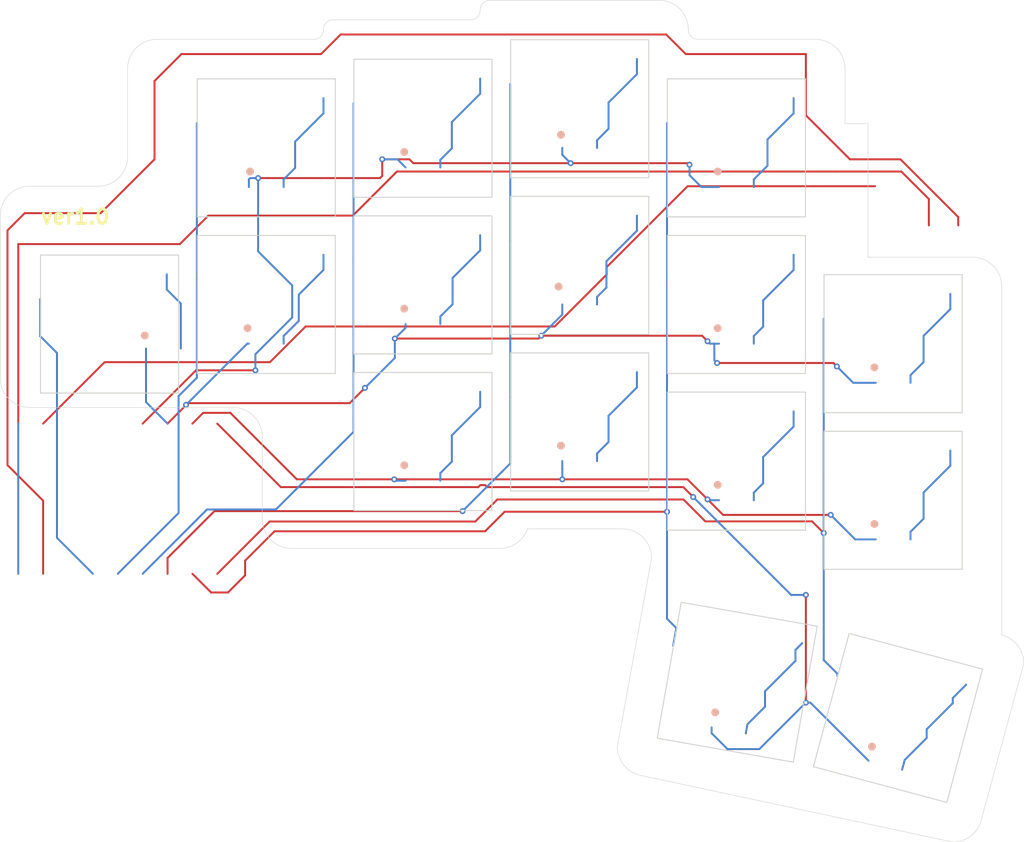
<source format=kicad_pcb>
(kicad_pcb (version 20241229) (generator "pcbnew") (generator_version "9.0")
  (layers (0 "F.Cu" signal) (2 "B.Cu" signal) (13 "F.Paste" user) (15 "B.Paste" user) (5 "F.SilkS" user "F.Silkscreen") (7 "B.SilkS" user "B.Silkscreen") (1 "F.Mask" user) (3 "B.Mask" user) (25 "Edge.Cuts" user))
  (net 0 "")
  (net 1 "row0")
  (net 2 "Net-(D1-A)")
  (net 3 "Net-(D2-A)")
  (net 4 "Net-(D3-A)")
  (net 5 "Net-(D4-A)")
  (net 6 "row1")
  (net 7 "Net-(D5-A)")
  (net 8 "Net-(D6-A)")
  (net 9 "Net-(D7-A)")
  (net 10 "Net-(D8-A)")
  (net 11 "Net-(D9-A)")
  (net 12 "Net-(D10-A)")
  (net 13 "row2")
  (net 14 "Net-(D11-A)")
  (net 15 "Net-(D12-A)")
  (net 16 "Net-(D13-A)")
  (net 17 "Net-(D14-A)")
  (net 18 "Net-(D15-A)")
  (net 19 "row3")
  (net 20 "Net-(D16-A)")
  (net 21 "data")
  (net 22 "GND")
  (net 23 "VCC")
  (net 24 "col2")
  (net 25 "col3")
  (net 26 "col4")
  (net 27 "col0")
  (net 28 "col1")
  (net 29 "col5")
  (footprint "kbd_Hole:m2_Screw_Hole" (layer "F.Cu") (at 181 109.75)
    (property "Reference" "Ref**")
    (property "Value" "Val**")
    (pad "" np_thru_hole circle (at 0 0) (size 2.2 2.2) (drill 2.2) (layers "*.Cu" "*.Mask"))
  )
  (footprint "isw-kbd:SW_Hole_CherryMX_16mm" (layer "F.Cu") (at 94.158 80.08)
    (property "Reference" "SW5" (hide yes))
    (property "Value" "SW_PUSH" (hide yes))
    (fp_line (start -7.05 -7.05) (end 7.05 -7.05) (stroke (width 0.1)) (layer "Edge.Cuts"))
    (fp_line (start -7.05 7.05) (end -7.05 -7.05) (stroke (width 0.1)) (layer "Edge.Cuts"))
    (fp_line (start 7.05 -7.05) (end 7.05 7.05) (stroke (width 0.1)) (layer "Edge.Cuts"))
    (fp_line (start 7.05 7.05) (end -7.05 7.05) (stroke (width 0.1)) (layer "Edge.Cuts"))
  )
  (footprint "isw-kbd:SW_Hole_CherryMX_16mm" (layer "F.Cu") (at 126.158 92.08)
    (property "Reference" "SW11" (hide yes))
    (property "Value" "SW_PUSH" (hide yes))
    (fp_line (start -7.05 -7.05) (end 7.05 -7.05) (stroke (width 0.1)) (layer "Edge.Cuts"))
    (fp_line (start -7.05 7.05) (end -7.05 -7.05) (stroke (width 0.1)) (layer "Edge.Cuts"))
    (fp_line (start 7.05 -7.05) (end 7.05 7.05) (stroke (width 0.1)) (layer "Edge.Cuts"))
    (fp_line (start 7.05 7.05) (end -7.05 7.05) (stroke (width 0.1)) (layer "Edge.Cuts"))
  )
  (footprint "isw-kbd:SW_Hole_CherryMX_16mm" (layer "F.Cu") (at 142.158 74.08)
    (property "Reference" "SW8" (hide yes))
    (property "Value" "SW_PUSH" (hide yes))
    (fp_line (start -7.05 -7.05) (end 7.05 -7.05) (stroke (width 0.1)) (layer "Edge.Cuts"))
    (fp_line (start -7.05 7.05) (end -7.05 -7.05) (stroke (width 0.1)) (layer "Edge.Cuts"))
    (fp_line (start 7.05 -7.05) (end 7.05 7.05) (stroke (width 0.1)) (layer "Edge.Cuts"))
    (fp_line (start 7.05 7.05) (end -7.05 7.05) (stroke (width 0.1)) (layer "Edge.Cuts"))
  )
  (footprint "isw-kbd:SW_Hole_CherryMX_16mm" (layer "F.Cu") (at 174.158 98.08)
    (property "Reference" "SW14" (hide yes))
    (property "Value" "SW_PUSH" (hide yes))
    (fp_line (start -7.05 -7.05) (end 7.05 -7.05) (stroke (width 0.1)) (layer "Edge.Cuts"))
    (fp_line (start -7.05 7.05) (end -7.05 -7.05) (stroke (width 0.1)) (layer "Edge.Cuts"))
    (fp_line (start 7.05 -7.05) (end 7.05 7.05) (stroke (width 0.1)) (layer "Edge.Cuts"))
    (fp_line (start 7.05 7.05) (end -7.05 7.05) (stroke (width 0.1)) (layer "Edge.Cuts"))
  )
  (footprint "isw-kbd:SW_Hole_CherryMX_16mm" (layer "F.Cu") (at 142.158 90.08)
    (property "Reference" "SW12" (hide yes))
    (property "Value" "SW_PUSH" (hide yes))
    (fp_line (start -7.05 -7.05) (end 7.05 -7.05) (stroke (width 0.1)) (layer "Edge.Cuts"))
    (fp_line (start -7.05 7.05) (end -7.05 -7.05) (stroke (width 0.1)) (layer "Edge.Cuts"))
    (fp_line (start 7.05 -7.05) (end 7.05 7.05) (stroke (width 0.1)) (layer "Edge.Cuts"))
    (fp_line (start 7.05 7.05) (end -7.05 7.05) (stroke (width 0.1)) (layer "Edge.Cuts"))
  )
  (footprint "kbd_Hole:m2_Screw_Hole" (layer "F.Cu") (at 169 70.5 -90)
    (property "Reference" "Ref**")
    (property "Value" "Val**")
    (pad "" np_thru_hole circle (at 0 0 270) (size 2.2 2.2) (drill 2.2) (layers "*.Cu" "*.Mask"))
  )
  (footprint "kbd_Hole:m2_Screw_Hole" (layer "F.Cu") (at 113.75 91.5)
    (property "Reference" "Ref**")
    (property "Value" "Val**")
    (pad "" np_thru_hole circle (at 0 0) (size 2.2 2.2) (drill 2.2) (layers "*.Cu" "*.Mask"))
  )
  (footprint "isw-kbd:SW_Hole_CherryMX_16mm" (layer "F.Cu") (at 126.158 76.08)
    (property "Reference" "SW7" (hide yes))
    (property "Value" "SW_PUSH" (hide yes))
    (fp_line (start -7.05 -7.05) (end 7.05 -7.05) (stroke (width 0.1)) (layer "Edge.Cuts"))
    (fp_line (start -7.05 7.05) (end -7.05 -7.05) (stroke (width 0.1)) (layer "Edge.Cuts"))
    (fp_line (start 7.05 -7.05) (end 7.05 7.05) (stroke (width 0.1)) (layer "Edge.Cuts"))
    (fp_line (start 7.05 7.05) (end -7.05 7.05) (stroke (width 0.1)) (layer "Edge.Cuts"))
  )
  (footprint "kbd_Hole:m2_Screw_Hole" (layer "F.Cu") (at 98.75 68.75)
    (property "Reference" "Ref**")
    (property "Value" "Val**")
    (pad "" np_thru_hole circle (at 0 0) (size 2.2 2.2) (drill 2.2) (layers "*.Cu" "*.Mask"))
  )
  (footprint "isw-kbd:SW_Hole_CherryMX_16mm" (layer "F.Cu") (at 158.158 78.08)
    (property "Reference" "SW9" (hide yes))
    (property "Value" "SW_PUSH" (hide yes))
    (fp_line (start -7.05 -7.05) (end 7.05 -7.05) (stroke (width 0.1)) (layer "Edge.Cuts"))
    (fp_line (start -7.05 7.05) (end -7.05 -7.05) (stroke (width 0.1)) (layer "Edge.Cuts"))
    (fp_line (start 7.05 -7.05) (end 7.05 7.05) (stroke (width 0.1)) (layer "Edge.Cuts"))
    (fp_line (start 7.05 7.05) (end -7.05 7.05) (stroke (width 0.1)) (layer "Edge.Cuts"))
  )
  (footprint "isw-kbd:SW_Hole_CherryMX_16mm" (layer "F.Cu") (at 158.158 62.08)
    (property "Reference" "SW4" (hide yes))
    (property "Value" "SW_PUSH" (hide yes))
    (fp_line (start -7.05 -7.05) (end 7.05 -7.05) (stroke (width 0.1)) (layer "Edge.Cuts"))
    (fp_line (start -7.05 7.05) (end -7.05 -7.05) (stroke (width 0.1)) (layer "Edge.Cuts"))
    (fp_line (start 7.05 -7.05) (end 7.05 7.05) (stroke (width 0.1)) (layer "Edge.Cuts"))
    (fp_line (start 7.05 7.05) (end -7.05 7.05) (stroke (width 0.1)) (layer "Edge.Cuts"))
  )
  (footprint "isw-kbd:SW_Hole_CherryMX_16mm" (layer "F.Cu") (at 158.158 94.08)
    (property "Reference" "SW13" (hide yes))
    (property "Value" "SW_PUSH" (hide yes))
    (fp_line (start -7.05 -7.05) (end 7.05 -7.05) (stroke (width 0.1)) (layer "Edge.Cuts"))
    (fp_line (start -7.05 7.05) (end -7.05 -7.05) (stroke (width 0.1)) (layer "Edge.Cuts"))
    (fp_line (start 7.05 -7.05) (end 7.05 7.05) (stroke (width 0.1)) (layer "Edge.Cuts"))
    (fp_line (start 7.05 7.05) (end -7.05 7.05) (stroke (width 0.1)) (layer "Edge.Cuts"))
  )
  (footprint "isw-kbd:SW_Hole_CherryMX_16mm" (layer "F.Cu") (at 126.158 60.08)
    (property "Reference" "SW2" (hide yes))
    (property "Value" "SW_PUSH" (hide yes))
    (fp_line (start -7.05 -7.05) (end 7.05 -7.05) (stroke (width 0.1)) (layer "Edge.Cuts"))
    (fp_line (start -7.05 7.05) (end -7.05 -7.05) (stroke (width 0.1)) (layer "Edge.Cuts"))
    (fp_line (start 7.05 -7.05) (end 7.05 7.05) (stroke (width 0.1)) (layer "Edge.Cuts"))
    (fp_line (start 7.05 7.05) (end -7.05 7.05) (stroke (width 0.1)) (layer "Edge.Cuts"))
  )
  (footprint "isw-kbd:SW_Hole_CherryMX_16mm" (layer "F.Cu") (at 110.158 78.08)
    (property "Reference" "SW6" (hide yes))
    (property "Value" "SW_PUSH" (hide yes))
    (fp_line (start -7.05 -7.05) (end 7.05 -7.05) (stroke (width 0.1)) (layer "Edge.Cuts"))
    (fp_line (start -7.05 7.05) (end -7.05 -7.05) (stroke (width 0.1)) (layer "Edge.Cuts"))
    (fp_line (start 7.05 -7.05) (end 7.05 7.05) (stroke (width 0.1)) (layer "Edge.Cuts"))
    (fp_line (start 7.05 7.05) (end -7.05 7.05) (stroke (width 0.1)) (layer "Edge.Cuts"))
  )
  (footprint "isw-kbd:SW_Hole_CherryMX_16mm" (layer "F.Cu") (at 110.158 62.08)
    (property "Reference" "SW1" (hide yes))
    (property "Value" "SW_PUSH" (hide yes))
    (fp_line (start -7.05 -7.05) (end 7.05 -7.05) (stroke (width 0.1)) (layer "Edge.Cuts"))
    (fp_line (start -7.05 7.05) (end -7.05 -7.05) (stroke (width 0.1)) (layer "Edge.Cuts"))
    (fp_line (start 7.05 -7.05) (end 7.05 7.05) (stroke (width 0.1)) (layer "Edge.Cuts"))
    (fp_line (start 7.05 7.05) (end -7.05 7.05) (stroke (width 0.1)) (layer "Edge.Cuts"))
  )
  (footprint "isw-kbd:SW_Hole_CherryMX_16mm" (layer "F.Cu") (at 158.2417 116.6666 -10)
    (property "Reference" "SW15" (hide yes))
    (property "Value" "SW_PUSH" (hide yes))
    (fp_line (start -7.05 7.05) (end -7.05 -7.05) (stroke (width 0.1)) (layer "Edge.Cuts"))
    (fp_line (start -7.05 -7.05) (end 7.05 -7.05) (stroke (width 0.1)) (layer "Edge.Cuts"))
    (fp_line (start 7.05 7.05) (end -7.05 7.05) (stroke (width 0.1)) (layer "Edge.Cuts"))
    (fp_line (start 7.05 -7.05) (end 7.05 7.05) (stroke (width 0.1)) (layer "Edge.Cuts"))
  )
  (footprint "isw-kbd:SW_Hole_CherryMX_16mm" (layer "F.Cu") (at 142.158 58.08)
    (property "Reference" "SW3" (hide yes))
    (property "Value" "SW_PUSH" (hide yes))
    (fp_line (start -7.05 -7.05) (end 7.05 -7.05) (stroke (width 0.1)) (layer "Edge.Cuts"))
    (fp_line (start -7.05 7.05) (end -7.05 -7.05) (stroke (width 0.1)) (layer "Edge.Cuts"))
    (fp_line (start 7.05 -7.05) (end 7.05 7.05) (stroke (width 0.1)) (layer "Edge.Cuts"))
    (fp_line (start 7.05 7.05) (end -7.05 7.05) (stroke (width 0.1)) (layer "Edge.Cuts"))
  )
  (footprint "isw-kbd:SW_Hole_CherryMX_16mm" (layer "F.Cu") (at 174.158 82.08)
    (property "Reference" "SW10" (hide yes))
    (property "Value" "SW_PUSH" (hide yes))
    (fp_line (start -7.05 -7.05) (end 7.05 -7.05) (stroke (width 0.1)) (layer "Edge.Cuts"))
    (fp_line (start -7.05 7.05) (end -7.05 -7.05) (stroke (width 0.1)) (layer "Edge.Cuts"))
    (fp_line (start 7.05 -7.05) (end 7.05 7.05) (stroke (width 0.1)) (layer "Edge.Cuts"))
    (fp_line (start 7.05 7.05) (end -7.05 7.05) (stroke (width 0.1)) (layer "Edge.Cuts"))
  )
  (footprint "isw-kbd:SW_Hole_CherryMX_16mm" (layer "F.Cu") (at 174.6569 120.3148 -15)
    (property "Reference" "SW16" (hide yes))
    (property "Value" "SW_PUSH" (hide yes))
    (fp_line (start -7.05 7.05) (end -7.05 -7.05) (stroke (width 0.1)) (layer "Edge.Cuts"))
    (fp_line (start -7.05 -7.05) (end 7.05 -7.05) (stroke (width 0.1)) (layer "Edge.Cuts"))
    (fp_line (start 7.05 7.05) (end -7.05 7.05) (stroke (width 0.1)) (layer "Edge.Cuts"))
    (fp_line (start 7.05 -7.05) (end 7.05 7.05) (stroke (width 0.1)) (layer "Edge.Cuts"))
  )
  (gr_circle (center 140.25 92.5) (end 140.5 92.75) (stroke (width 0.1)) (fill yes) (layer "B.SilkS"))
  (gr_circle (center 124.25 78.5) (end 124.5 78.75) (stroke (width 0.1)) (fill yes) (layer "B.SilkS"))
  (gr_circle (center 156.25 64.5) (end 156.5 64.75) (stroke (width 0.1)) (fill yes) (layer "B.SilkS"))
  (gr_circle (center 172 123.25) (end 172.25 123.5) (stroke (width 0.1)) (fill yes) (layer "B.SilkS"))
  (gr_circle (center 140.25 60.75) (end 140.5 61) (stroke (width 0.1)) (fill yes) (layer "B.SilkS"))
  (gr_circle (center 124.25 94.5) (end 124.5 94.75) (stroke (width 0.1)) (fill yes) (layer "B.SilkS"))
  (gr_circle (center 156.25 80.5) (end 156.5 80.75) (stroke (width 0.1)) (fill yes) (layer "B.SilkS"))
  (gr_circle (center 108.25 80.5) (end 108.5 80.75) (stroke (width 0.1)) (fill yes) (layer "B.SilkS"))
  (gr_circle (center 156.25 96.5) (end 156.5 96.75) (stroke (width 0.1)) (fill yes) (layer "B.SilkS"))
  (gr_circle (center 172.25 100.5) (end 172.5 100.75) (stroke (width 0.1)) (fill yes) (layer "B.SilkS"))
  (gr_circle (center 172.25 84.5) (end 172.5 84.75) (stroke (width 0.1)) (fill yes) (layer "B.SilkS"))
  (gr_circle (center 140 76.25) (end 140.25 76.5) (stroke (width 0.1)) (fill yes) (layer "B.SilkS"))
  (gr_circle (center 108.5 64.5) (end 108.75 64.75) (stroke (width 0.1)) (fill yes) (layer "B.SilkS"))
  (gr_circle (center 156 119.75) (end 156.25 120) (stroke (width 0.1)) (fill yes) (layer "B.SilkS"))
  (gr_circle (center 124.25 62.5) (end 124.5 62.75) (stroke (width 0.1)) (fill yes) (layer "B.SilkS"))
  (gr_circle (center 97.75 81.25) (end 98 81.5) (stroke (width 0.1)) (fill yes) (layer "B.SilkS"))
  (gr_line (start 166.25 51) (end 154.25 51) (stroke (width 0.05)) (layer "Edge.Cuts"))
  (gr_arc (start 182.25 73.25) (mid 184.37132 74.12868) (end 185.25 76.25) (stroke (width 0.05)) (layer "Edge.Cuts"))
  (gr_arc (start 136.828427 101) (mid 135.732051 102.44949) (end 134 103) (stroke (width 0.05)) (layer "Edge.Cuts"))
  (gr_line (start 109.75 100) (end 109.75 91.6) (stroke (width 0.05)) (layer "Edge.Cuts"))
  (gr_arc (start 154.25 51) (mid 153.542893 50.707107) (end 153.25 50) (stroke (width 0.05)) (layer "Edge.Cuts"))
  (gr_line (start 146 123.25) (end 149.5 104) (stroke (width 0.05)) (layer "Edge.Cuts"))
  (gr_line (start 148.463344 126.20161) (end 180.25 133) (stroke (width 0.05)) (layer "Edge.Cuts"))
  (gr_arc (start 183.160428 130.727607) (mid 182.096237 132.364617) (end 180.25 133) (stroke (width 0.05)) (layer "Edge.Cuts"))
  (gr_arc (start 185.250002 111.845262) (mid 186.87171 112.912883) (end 187.500001 114.75) (stroke (width 0.05)) (layer "Edge.Cuts"))
  (gr_arc (start 148.463344 126.20161) (mid 146.696745 125.172243) (end 146 123.25) (stroke (width 0.05)) (layer "Edge.Cuts"))
  (gr_line (start 96 54) (end 96 63) (stroke (width 0.05)) (layer "Edge.Cuts"))
  (gr_line (start 171.6 59.6) (end 169.25 59.6) (stroke (width 0.05)) (layer "Edge.Cuts"))
  (gr_arc (start 116 50) (mid 116.292893 49.292893) (end 117 49) (stroke (width 0.05)) (layer "Edge.Cuts"))
  (gr_arc (start 166.25 51) (mid 168.37132 51.87868) (end 169.25 54) (stroke (width 0.05)) (layer "Edge.Cuts"))
  (gr_line (start 83 69) (end 83 85.6) (stroke (width 0.05)) (layer "Edge.Cuts"))
  (gr_arc (start 96 63) (mid 95.12132 65.12132) (end 93 66) (stroke (width 0.05)) (layer "Edge.Cuts"))
  (gr_line (start 86 66) (end 93 66) (stroke (width 0.05)) (layer "Edge.Cuts"))
  (gr_arc (start 96 54) (mid 96.87868 51.87868) (end 99 51) (stroke (width 0.05)) (layer "Edge.Cuts"))
  (gr_line (start 185.25 76.25) (end 185.25 111.839572) (stroke (width 0.05)) (layer "Edge.Cuts"))
  (gr_arc (start 150.25 47) (mid 152.37132 47.87868) (end 153.25 50) (stroke (width 0.05)) (layer "Edge.Cuts"))
  (gr_arc (start 83 69) (mid 83.87868 66.87868) (end 86 66) (stroke (width 0.05)) (layer "Edge.Cuts"))
  (gr_arc (start 132 48) (mid 132.292893 47.292893) (end 133 47) (stroke (width 0.05)) (layer "Edge.Cuts"))
  (gr_line (start 99 51) (end 115 51) (stroke (width 0.05)) (layer "Edge.Cuts"))
  (gr_arc (start 132 48) (mid 131.707107 48.707107) (end 131 49) (stroke (width 0.05)) (layer "Edge.Cuts"))
  (gr_line (start 133 47) (end 150.25 47) (stroke (width 0.05)) (layer "Edge.Cuts"))
  (gr_arc (start 146.5 101) (mid 148.62132 101.87868) (end 149.5 104) (stroke (width 0.05)) (layer "Edge.Cuts"))
  (gr_line (start 136.828426 101) (end 146.5 101) (stroke (width 0.05)) (layer "Edge.Cuts"))
  (gr_arc (start 116 50) (mid 115.707107 50.707107) (end 115 51) (stroke (width 0.05)) (layer "Edge.Cuts"))
  (gr_line (start 183.160428 130.727604) (end 187.500001 114.75) (stroke (width 0.05)) (layer "Edge.Cuts"))
  (gr_line (start 117 49) (end 131 49) (stroke (width 0.05)) (layer "Edge.Cuts"))
  (gr_line (start 171.6 73.25) (end 171.6 59.6) (stroke (width 0.05)) (layer "Edge.Cuts"))
  (gr_line (start 169.25 54) (end 169.25 59.6) (stroke (width 0.05)) (layer "Edge.Cuts"))
  (gr_line (start 171.6 73.25) (end 182.25 73.25) (stroke (width 0.05)) (layer "Edge.Cuts"))
  (gr_arc (start 106.75 88.6) (mid 108.87132 89.47868) (end 109.75 91.6) (stroke (width 0.05)) (layer "Edge.Cuts"))
  (gr_arc (start 86 88.6) (mid 83.87868 87.72132) (end 83 85.6) (stroke (width 0.05)) (layer "Edge.Cuts"))
  (gr_line (start 86 88.6) (end 106.75 88.6) (stroke (width 0.05)) (layer "Edge.Cuts"))
  (gr_arc (start 112.75 103) (mid 110.62868 102.12132) (end 109.75 100) (stroke (width 0.05)) (layer "Edge.Cuts"))
  (gr_line (start 112.75 103) (end 134 103) (stroke (width 0.05)) (layer "Edge.Cuts"))
  (gr_text "ver1.0" (at 87 70 0) (layer "F.SilkS") (effects (font (size 1.5 1.5) (thickness 0.3) (bold yes)) (justify left bottom)))
  (segment (start 122 63.25) (end 122 64.9395) (width 0.2) (layer "F.Cu") (net 1))
  (segment (start 109.0502 84.8061) (end 102.9839 84.8061) (width 0.2) (layer "F.Cu") (net 1))
  (segment (start 153.3708 63.7999) (end 153.2146 63.6437) (width 0.2) (layer "F.Cu") (net 1))
  (segment (start 153.2146 63.6437) (end 141.2343 63.6437) (width 0.2) (layer "F.Cu") (net 1))
  (segment (start 122 63.25) (end 124.7757 63.25) (width 0.2) (layer "F.Cu") (net 1))
  (segment (start 125.1694 63.6437) (end 141.2343 63.6437) (width 0.2) (layer "F.Cu") (net 1))
  (segment (start 102.9839 84.8061) (end 97.54 90.25) (width 0.2) (layer "F.Cu") (net 1))
  (segment (start 121.7708 65.1687) (end 109.3278 65.1687) (width 0.2) (layer "F.Cu") (net 1))
  (segment (start 122 64.9395) (end 121.7708 65.1687) (width 0.2) (layer "F.Cu") (net 1))
  (segment (start 124.7757 63.25) (end 125.1694 63.6437) (width 0.2) (layer "F.Cu") (net 1))
  (via (at 109.0502 84.8061) (size 0.6) (drill 0.3) (layers "F.Cu" "B.Cu") (net 1))
  (via (at 109.3278 65.1687) (size 0.6) (drill 0.3) (layers "F.Cu" "B.Cu") (net 1))
  (via (at 141.2343 63.6437) (size 0.6) (drill 0.3) (layers "F.Cu" "B.Cu") (net 1))
  (via (at 153.3708 63.7999) (size 0.6) (drill 0.3) (layers "F.Cu" "B.Cu") (net 1))
  (via (at 122 63.25) (size 0.6) (drill 0.3) (layers "F.Cu" "B.Cu") (net 1))
  (segment (start 156.383 66.08) (end 154.58 66.08) (width 0.2) (layer "B.Cu") (net 1))
  (segment (start 112.8073 79.4057) (end 109.0502 83.1628) (width 0.2) (layer "B.Cu") (net 1))
  (segment (start 108.383 65.3033) (end 108.383 66.08) (width 0.2) (layer "B.Cu") (net 1))
  (segment (start 109.3278 65.1687) (end 108.5176 65.1687) (width 0.2) (layer "B.Cu") (net 1))
  (segment (start 109.0502 83.1628) (end 109.0502 84.8061) (width 0.2) (layer "B.Cu") (net 1))
  (segment (start 109.3278 72.6531) (end 112.8073 76.1326) (width 0.2) (layer "B.Cu") (net 1))
  (segment (start 108.5176 65.1687) (end 108.383 65.3033) (width 0.2) (layer "B.Cu") (net 1))
  (segment (start 153.3708 64.8708) (end 153.3708 63.7999) (width 0.2) (layer "B.Cu") (net 1))
  (segment (start 140.383 62.08) (end 140.383 62.7558) (width 0.2) (layer "B.Cu") (net 1))
  (segment (start 123.553 63.25) (end 124.383 64.08) (width 0.2) (layer "B.Cu") (net 1))
  (segment (start 140.383 62.7558) (end 140.383 62.7924) (width 0.2) (layer "B.Cu") (net 1))
  (segment (start 109.3278 65.1687) (end 109.3278 72.6531) (width 0.2) (layer "B.Cu") (net 1))
  (segment (start 112.8073 76.1326) (end 112.8073 79.4057) (width 0.2) (layer "B.Cu") (net 1))
  (segment (start 140.383 62.7924) (end 141.2343 63.6437) (width 0.2) (layer "B.Cu") (net 1))
  (segment (start 122 63.25) (end 123.553 63.25) (width 0.2) (layer "B.Cu") (net 1))
  (segment (start 154.58 66.08) (end 153.3708 64.8708) (width 0.2) (layer "B.Cu") (net 1))
  (segment (start 111.933 66.08) (end 111.933 65.3033) (width 0.2) (layer "B.Cu") (net 2))
  (segment (start 113.1065 61.4452) (end 116 58.5517) (width 0.2) (layer "B.Cu") (net 2))
  (segment (start 113.1065 64.1298) (end 113.1065 61.4452) (width 0.2) (layer "B.Cu") (net 2))
  (segment (start 116 57) (end 116 58.5517) (width 0.2) (layer "B.Cu") (net 2))
  (segment (start 111.933 65.3033) (end 113.1065 64.1298) (width 0.2) (layer "B.Cu") (net 2))
  (segment (start 127.933 63.3033) (end 129.1065 62.1298) (width 0.2) (layer "B.Cu") (net 3))
  (segment (start 129.1065 59.4452) (end 132 56.5517) (width 0.2) (layer "B.Cu") (net 3))
  (segment (start 132 55) (end 132 56.5517) (width 0.2) (layer "B.Cu") (net 3))
  (segment (start 129.1065 62.1298) (end 129.1065 59.4452) (width 0.2) (layer "B.Cu") (net 3))
  (segment (start 127.933 64.08) (end 127.933 63.3033) (width 0.2) (layer "B.Cu") (net 3))
  (segment (start 148 53) (end 148 54.5517) (width 0.2) (layer "B.Cu") (net 4))
  (segment (start 145.1065 60.1298) (end 145.1065 57.4452) (width 0.2) (layer "B.Cu") (net 4))
  (segment (start 143.933 62.08) (end 143.933 61.3033) (width 0.2) (layer "B.Cu") (net 4))
  (segment (start 143.933 61.3033) (end 145.1065 60.1298) (width 0.2) (layer "B.Cu") (net 4))
  (segment (start 145.1065 57.4452) (end 148 54.5517) (width 0.2) (layer "B.Cu") (net 4))
  (segment (start 161.3328 63.9035) (end 159.933 65.3033) (width 0.2) (layer "B.Cu") (net 5))
  (segment (start 159.933 66.08) (end 159.933 65.3033) (width 0.2) (layer "B.Cu") (net 5))
  (segment (start 161.3328 61.2189) (end 161.3328 63.9035) (width 0.2) (layer "B.Cu") (net 5))
  (segment (start 164 58.5517) (end 161.3328 61.2189) (width 0.2) (layer "B.Cu") (net 5))
  (segment (start 164 57) (end 164 58.5517) (width 0.2) (layer "B.Cu") (net 5))
  (segment (start 118.6734 88.1594) (end 102.1439 88.1594) (width 0.2) (layer "F.Cu") (net 6))
  (segment (start 168.0623 84.059) (end 168.4133 84.41) (width 0.2) (layer "F.Cu") (net 6))
  (segment (start 102.1439 88.1594) (end 101.9713 88.332) (width 0.2) (layer "F.Cu") (net 6))
  (segment (start 137.9531 81.5612) (end 123.2853 81.5612) (width 0.2) (layer "F.Cu") (net 6))
  (segment (start 101.9712 88.3588) (end 101.9712 88.332) (width 0.2) (layer "F.Cu") (net 6))
  (segment (start 138.2428 81.2715) (end 137.9531 81.5612) (width 0.2) (layer "F.Cu") (net 6))
  (segment (start 101.9712 88.332) (end 101.9713 88.332) (width 0.2) (layer "F.Cu") (net 6))
  (segment (start 100.08 90.25) (end 101.9712 88.3588) (width 0.2) (layer "F.Cu") (net 6))
  (segment (start 154.6528 81.2715) (end 138.2428 81.2715) (width 0.2) (layer "F.Cu") (net 6))
  (segment (start 155.2145 81.8332) (end 154.6528 81.2715) (width 0.2) (layer "F.Cu") (net 6))
  (segment (start 156.1918 84.059) (end 168.0623 84.059) (width 0.2) (layer "F.Cu") (net 6))
  (segment (start 120.2329 86.5999) (end 118.6734 88.1594) (width 0.2) (layer "F.Cu") (net 6))
  (via (at 168.4133 84.41) (size 0.6) (drill 0.3) (layers "F.Cu" "B.Cu") (net 6))
  (via (at 101.9713 88.332) (size 0.6) (drill 0.3) (layers "F.Cu" "B.Cu") (net 6))
  (via (at 155.2145 81.8332) (size 0.6) (drill 0.3) (layers "F.Cu" "B.Cu") (net 6))
  (via (at 138.2428 81.2715) (size 0.6) (drill 0.3) (layers "F.Cu" "B.Cu") (net 6))
  (via (at 120.2329 86.5999) (size 0.6) (drill 0.3) (layers "F.Cu" "B.Cu") (net 6))
  (via (at 123.2853 81.5612) (size 0.6) (drill 0.3) (layers "F.Cu" "B.Cu") (net 6))
  (via (at 156.1918 84.059) (size 0.6) (drill 0.3) (layers "F.Cu" "B.Cu") (net 6))
  (segment (start 156.383 82.08) (end 155.9072 82.08) (width 0.2) (layer "B.Cu") (net 6))
  (segment (start 155.4613 82.08) (end 155.2145 81.8332) (width 0.2) (layer "B.Cu") (net 6))
  (segment (start 124.383 80.4635) (end 123.2853 81.5612) (width 0.2) (layer "B.Cu") (net 6))
  (segment (start 140.383 79.117) (end 138.2428 81.2572) (width 0.2) (layer "B.Cu") (net 6))
  (segment (start 155.9072 83.7744) (end 156.1918 84.059) (width 0.2) (layer "B.Cu") (net 6))
  (segment (start 172.383 86.08) (end 170.0833 86.08) (width 0.2) (layer "B.Cu") (net 6))
  (segment (start 97.883 88.053) (end 100.08 90.25) (width 0.2) (layer "B.Cu") (net 6))
  (segment (start 97.883 82.58) (end 97.883 88.053) (width 0.2) (layer "B.Cu") (net 6))
  (segment (start 155.9072 82.08) (end 155.4613 82.08) (width 0.2) (layer "B.Cu") (net 6))
  (segment (start 123.2853 83.5475) (end 120.2329 86.5999) (width 0.2) (layer "B.Cu") (net 6))
  (segment (start 138.2428 81.2572) (end 138.2428 81.2715) (width 0.2) (layer "B.Cu") (net 6))
  (segment (start 124.383 80.08) (end 124.383 80.4635) (width 0.2) (layer "B.Cu") (net 6))
  (segment (start 155.9072 82.08) (end 155.9072 83.7744) (width 0.2) (layer "B.Cu") (net 6))
  (segment (start 170.0833 86.08) (end 168.4133 84.41) (width 0.2) (layer "B.Cu") (net 6))
  (segment (start 108.2233 82.08) (end 108.383 82.08) (width 0.2) (layer "B.Cu") (net 6))
  (segment (start 101.9713 88.332) (end 108.2233 82.08) (width 0.2) (layer "B.Cu") (net 6))
  (segment (start 123.2853 81.5612) (end 123.2853 83.5475) (width 0.2) (layer "B.Cu") (net 6))
  (segment (start 140.383 78.08) (end 140.383 79.117) (width 0.2) (layer "B.Cu") (net 6))
  (segment (start 101.433 77.9847) (end 100 76.5517) (width 0.2) (layer "B.Cu") (net 7))
  (segment (start 100 75) (end 100 76.5517) (width 0.2) (layer "B.Cu") (net 7))
  (segment (start 101.433 82.58) (end 101.433 77.9847) (width 0.2) (layer "B.Cu") (net 7))
  (segment (start 116 73) (end 116 74.5517) (width 0.2) (layer "B.Cu") (net 8))
  (segment (start 111.933 82.08) (end 111.933 81.3033) (width 0.2) (layer "B.Cu") (net 8))
  (segment (start 113.4797 79.7566) (end 113.4797 77.072) (width 0.2) (layer "B.Cu") (net 8))
  (segment (start 113.4797 77.072) (end 116 74.5517) (width 0.2) (layer "B.Cu") (net 8))
  (segment (start 111.933 81.3033) (end 113.4797 79.7566) (width 0.2) (layer "B.Cu") (net 8))
  (segment (start 132 71) (end 132 72.5517) (width 0.2) (layer "B.Cu") (net 9))
  (segment (start 129.1824 75.3693) (end 129.1824 78.0539) (width 0.2) (layer "B.Cu") (net 9))
  (segment (start 127.933 80.08) (end 127.933 79.3033) (width 0.2) (layer "B.Cu") (net 9))
  (segment (start 132 72.5517) (end 129.1824 75.3693) (width 0.2) (layer "B.Cu") (net 9))
  (segment (start 129.1824 78.0539) (end 127.933 79.3033) (width 0.2) (layer "B.Cu") (net 9))
  (segment (start 148 69) (end 148 70.5517) (width 0.2) (layer "B.Cu") (net 10))
  (segment (start 148 70.5517) (end 144.8887 73.663) (width 0.2) (layer "B.Cu") (net 10))
  (segment (start 144.8887 73.663) (end 144.8887 76.3476) (width 0.2) (layer "B.Cu") (net 10))
  (segment (start 143.933 78.08) (end 143.933 77.3033) (width 0.2) (layer "B.Cu") (net 10))
  (segment (start 144.8887 76.3476) (end 143.933 77.3033) (width 0.2) (layer "B.Cu") (net 10))
  (segment (start 160.8887 80.3476) (end 159.933 81.3033) (width 0.2) (layer "B.Cu") (net 11))
  (segment (start 159.933 82.08) (end 159.933 81.3033) (width 0.2) (layer "B.Cu") (net 11))
  (segment (start 164 73) (end 164 74.5517) (width 0.2) (layer "B.Cu") (net 11))
  (segment (start 160.8887 77.663) (end 160.8887 80.3476) (width 0.2) (layer "B.Cu") (net 11))
  (segment (start 164 74.5517) (end 160.8887 77.663) (width 0.2) (layer "B.Cu") (net 11))
  (segment (start 177.2698 83.9665) (end 175.933 85.3033) (width 0.2) (layer "B.Cu") (net 12))
  (segment (start 177.2698 81.2819) (end 177.2698 83.9665) (width 0.2) (layer "B.Cu") (net 12))
  (segment (start 180 78.5517) (end 177.2698 81.2819) (width 0.2) (layer "B.Cu") (net 12))
  (segment (start 175.933 86.08) (end 175.933 85.3033) (width 0.2) (layer "B.Cu") (net 12))
  (segment (start 180 77) (end 180 78.5517) (width 0.2) (layer "B.Cu") (net 12))
  (segment (start 140.3858 95.9437) (end 153.1657 95.9437) (width 0.2) (layer "F.Cu") (net 13))
  (segment (start 113.2838 95.9437) (end 106.4884 89.1483) (width 0.2) (layer "F.Cu") (net 13))
  (segment (start 153.1657 95.9437) (end 155.2145 97.9925) (width 0.2) (layer "F.Cu") (net 13))
  (segment (start 140.3858 95.9437) (end 123.2255 95.9437) (width 0.2) (layer "F.Cu") (net 13))
  (segment (start 123.2255 95.9437) (end 113.2838 95.9437) (width 0.2) (layer "F.Cu") (net 13))
  (segment (start 156.7996 99.5776) (end 155.2145 97.9925) (width 0.2) (layer "F.Cu") (net 13))
  (segment (start 167.7891 99.5776) (end 156.7996 99.5776) (width 0.2) (layer "F.Cu") (net 13))
  (segment (start 106.4884 89.1483) (end 103.7217 89.1483) (width 0.2) (layer "F.Cu") (net 13))
  (segment (start 103.7217 89.1483) (end 102.62 90.25) (width 0.2) (layer "F.Cu") (net 13))
  (via (at 167.7891 99.5776) (size 0.6) (drill 0.3) (layers "F.Cu" "B.Cu") (net 13))
  (via (at 123.2255 95.9437) (size 0.6) (drill 0.3) (layers "F.Cu" "B.Cu") (net 13))
  (via (at 140.3858 95.9437) (size 0.6) (drill 0.3) (layers "F.Cu" "B.Cu") (net 13))
  (via (at 155.2145 97.9925) (size 0.6) (drill 0.3) (layers "F.Cu" "B.Cu") (net 13))
  (segment (start 156.383 98.08) (end 155.4313 98.08) (width 0.2) (layer "B.Cu") (net 13))
  (segment (start 140.383 94.08) (end 140.383 94.8567) (width 0.2) (layer "B.Cu") (net 13))
  (segment (start 155.2145 97.9925) (end 155.3438 97.9925) (width 0.2) (layer "B.Cu") (net 13))
  (segment (start 123.295 95.9437) (end 123.4313 96.08) (width 0.2) (layer "B.Cu") (net 13))
  (segment (start 140.3858 94.8595) (end 140.3858 95.9437) (width 0.2) (layer "B.Cu") (net 13))
  (segment (start 170.2915 102.08) (end 167.7891 99.5776) (width 0.2) (layer "B.Cu") (net 13))
  (segment (start 124.383 96.08) (end 123.4313 96.08) (width 0.2) (layer "B.Cu") (net 13))
  (segment (start 172.383 102.08) (end 170.2915 102.08) (width 0.2) (layer "B.Cu") (net 13))
  (segment (start 123.2255 95.9437) (end 123.295 95.9437) (width 0.2) (layer "B.Cu") (net 13))
  (segment (start 155.3438 97.9925) (end 155.4313 98.08) (width 0.2) (layer "B.Cu") (net 13))
  (segment (start 140.383 94.8567) (end 140.3858 94.8595) (width 0.2) (layer "B.Cu") (net 13))
  (segment (start 127.933 96.08) (end 127.933 95.3033) (width 0.2) (layer "B.Cu") (net 14))
  (segment (start 127.933 95.3033) (end 129.1065 94.1298) (width 0.2) (layer "B.Cu") (net 14))
  (segment (start 132 87) (end 132 88.5517) (width 0.2) (layer "B.Cu") (net 14))
  (segment (start 129.1065 94.1298) (end 129.1065 91.4452) (width 0.2) (layer "B.Cu") (net 14))
  (segment (start 129.1065 91.4452) (end 132 88.5517) (width 0.2) (layer "B.Cu") (net 14))
  (segment (start 145.1065 89.4452) (end 148 86.5517) (width 0.2) (layer "B.Cu") (net 15))
  (segment (start 148 85) (end 148 86.5517) (width 0.2) (layer "B.Cu") (net 15))
  (segment (start 143.933 93.3033) (end 145.1065 92.1298) (width 0.2) (layer "B.Cu") (net 15))
  (segment (start 145.1065 92.1298) (end 145.1065 89.4452) (width 0.2) (layer "B.Cu") (net 15))
  (segment (start 143.933 94.08) (end 143.933 93.3033) (width 0.2) (layer "B.Cu") (net 15))
  (segment (start 164 89) (end 164 90.5517) (width 0.2) (layer "B.Cu") (net 16))
  (segment (start 164 90.5517) (end 160.8887 93.663) (width 0.2) (layer "B.Cu") (net 16))
  (segment (start 160.8887 93.663) (end 160.8887 96.3476) (width 0.2) (layer "B.Cu") (net 16))
  (segment (start 160.8887 96.3476) (end 159.933 97.3033) (width 0.2) (layer "B.Cu") (net 16))
  (segment (start 159.933 98.08) (end 159.933 97.3033) (width 0.2) (layer "B.Cu") (net 16))
  (segment (start 180 94.5517) (end 177.2698 97.2819) (width 0.2) (layer "B.Cu") (net 17))
  (segment (start 177.2698 97.2819) (end 177.2698 99.9665) (width 0.2) (layer "B.Cu") (net 17))
  (segment (start 180 93) (end 180 94.5517) (width 0.2) (layer "B.Cu") (net 17))
  (segment (start 175.933 102.08) (end 175.933 101.3033) (width 0.2) (layer "B.Cu") (net 17))
  (segment (start 177.2698 99.9665) (end 175.933 101.3033) (width 0.2) (layer "B.Cu") (net 17))
  (segment (start 164.1884 113.3669) (end 164.1884 114.4802) (width 0.2) (layer "B.Cu") (net 18))
  (segment (start 161.0799 119.1741) (end 159.2854 120.9686) (width 0.2) (layer "B.Cu") (net 18))
  (segment (start 164.8771 112.6782) (end 164.1884 113.3669) (width 0.2) (layer "B.Cu") (net 18))
  (segment (start 161.0799 117.5887) (end 161.0799 119.1741) (width 0.2) (layer "B.Cu") (net 18))
  (segment (start 164.1884 114.4802) (end 161.0799 117.5887) (width 0.2) (layer "B.Cu") (net 18))
  (segment (start 159.2854 120.9686) (end 159.1214 121.8988) (width 0.2) (layer "B.Cu") (net 18))
  (segment (start 153.75 97.75) (end 152.7368 96.7368) (width 0.2) (layer "F.Cu") (net 19))
  (segment (start 165.25 107.75) (end 165.25 118.75) (width 0.2) (layer "F.Cu") (net 19))
  (segment (start 111.6468 96.7368) (end 105.16 90.25) (width 0.2) (layer "F.Cu") (net 19))
  (segment (start 132.509 96.5317) (end 132.0107 96.5317) (width 0.2) (layer "F.Cu") (net 19))
  (segment (start 132.0107 96.5317) (end 131.8056 96.7368) (width 0.2) (layer "F.Cu") (net 19))
  (segment (start 152.7368 96.7368) (end 132.7141 96.7368) (width 0.2) (layer "F.Cu") (net 19))
  (segment (start 132.7141 96.7368) (end 132.509 96.5317) (width 0.2) (layer "F.Cu") (net 19))
  (segment (start 131.8056 96.7368) (end 111.6468 96.7368) (width 0.2) (layer "F.Cu") (net 19))
  (via (at 165.25 118.75) (size 0.6) (drill 0.3) (layers "F.Cu" "B.Cu") (net 19))
  (via (at 165.25 107.75) (size 0.6) (drill 0.3) (layers "F.Cu" "B.Cu") (net 19))
  (via (at 153.75 97.75) (size 0.6) (drill 0.3) (layers "F.Cu" "B.Cu") (net 19))
  (segment (start 163.75 107.75) (end 165.25 107.75) (width 0.2) (layer "B.Cu") (net 19))
  (segment (start 155.625366 121.875366) (end 155.625366 121.282373) (width 0.2) (layer "B.Cu") (net 19))
  (segment (start 160.5 123.5) (end 157.25 123.5) (width 0.2) (layer "B.Cu") (net 19))
  (segment (start 165.25 118.75) (end 165.713289 118.75) (width 0.2) (layer "B.Cu") (net 19))
  (segment (start 165.25 118.75) (end 160.5 123.5) (width 0.2) (layer "B.Cu") (net 19))
  (segment (start 153.75 97.75) (end 163.75 107.75) (width 0.2) (layer "B.Cu") (net 19))
  (segment (start 165.713289 118.75) (end 171.648284 124.684995) (width 0.2) (layer "B.Cu") (net 19))
  (segment (start 157.25 123.5) (end 155.625366 121.875366) (width 0.2) (layer "B.Cu") (net 19))
  (segment (start 177.584 121.474) (end 177.584 122.3676) (width 0.2) (layer "B.Cu") (net 20))
  (segment (start 177.584 122.3676) (end 175.3443 124.6073) (width 0.2) (layer "B.Cu") (net 20))
  (segment (start 181.6146 116.9199) (end 180.25 118.2845) (width 0.2) (layer "B.Cu") (net 20))
  (segment (start 175.3443 124.6073) (end 175.0773 125.6038) (width 0.2) (layer "B.Cu") (net 20))
  (segment (start 180.2312 118.8268) (end 177.584 121.474) (width 0.2) (layer "B.Cu") (net 20))
  (segment (start 180.25 118.2845) (end 180.25 118.8268) (width 0.2) (layer "B.Cu") (net 20))
  (segment (start 180.25 118.8268) (end 180.2312 118.8268) (width 0.2) (layer "B.Cu") (net 20))
  (segment (start 144.9143 75.0182) (end 144.9143 74.2628) (width 0.2) (layer "F.Cu") (net 21))
  (segment (start 139.6034 80.3291) (end 144.9143 75.0182) (width 0.2) (layer "F.Cu") (net 21))
  (segment (start 87.38 90.25) (end 93.6577 83.9723) (width 0.2) (layer "F.Cu") (net 21))
  (segment (start 153.1771 66) (end 172.30575 66) (width 0.2) (layer "F.Cu") (net 21))
  (segment (start 114.1762 80.3291) (end 139.6034 80.3291) (width 0.2) (layer "F.Cu") (net 21))
  (segment (start 144.9143 74.2628) (end 153.1771 66) (width 0.2) (layer "F.Cu") (net 21))
  (segment (start 93.6577 83.9723) (end 110.533 83.9723) (width 0.2) (layer "F.Cu") (net 21))
  (segment (start 110.533 83.9723) (end 114.1762 80.3291) (width 0.2) (layer "F.Cu") (net 21))
  (segment (start 101.5 52.5) (end 115.75 52.5) (width 0.2) (layer "F.Cu") (net 22))
  (segment (start 169.75 63.25) (end 174.90575 63.25) (width 0.2) (layer "F.Cu") (net 22))
  (segment (start 152.99111 52.5) (end 165.25 52.5) (width 0.2) (layer "F.Cu") (net 22))
  (segment (start 115.75 52.5) (end 117.75 50.5) (width 0.2) (layer "F.Cu") (net 22))
  (segment (start 83.739 70.511) (end 85.5 68.75) (width 0.2) (layer "F.Cu") (net 22))
  (segment (start 83.739 94.489) (end 83.739 70.511) (width 0.2) (layer "F.Cu") (net 22))
  (segment (start 87.38 98.13) (end 83.739 94.489) (width 0.2) (layer "F.Cu") (net 22))
  (segment (start 180.80575 69.15) (end 180.80575 70) (width 0.2) (layer "F.Cu") (net 22))
  (segment (start 174.90575 63.25) (end 180.80575 69.15) (width 0.2) (layer "F.Cu") (net 22))
  (segment (start 165.25 58.75) (end 169.75 63.25) (width 0.2) (layer "F.Cu") (net 22))
  (segment (start 87.38 105.59) (end 87.38 98.13) (width 0.2) (layer "F.Cu") (net 22))
  (segment (start 150.99111 50.5) (end 152.99111 52.5) (width 0.2) (layer "F.Cu") (net 22))
  (segment (start 98.75 55.25) (end 101.5 52.5) (width 0.2) (layer "F.Cu") (net 22))
  (segment (start 117.75 50.5) (end 150.99111 50.5) (width 0.2) (layer "F.Cu") (net 22))
  (segment (start 165.25 52.5) (end 165.25 58.75) (width 0.2) (layer "F.Cu") (net 22))
  (segment (start 85.5 68.75) (end 93.25 68.75) (width 0.2) (layer "F.Cu") (net 22))
  (segment (start 98.75 63.25) (end 98.75 55.25) (width 0.2) (layer "F.Cu") (net 22))
  (segment (start 93.25 68.75) (end 98.75 63.25) (width 0.2) (layer "F.Cu") (net 22))
  (segment (start 177.80575 67.30575) (end 177.80575 70) (width 0.2) (layer "F.Cu") (net 23))
  (segment (start 104.25 69) (end 119 69) (width 0.2) (layer "F.Cu") (net 23))
  (segment (start 119 69) (end 123.5 64.5) (width 0.2) (layer "F.Cu") (net 23))
  (segment (start 123.5 64.5) (end 168.25 64.5) (width 0.2) (layer "F.Cu") (net 23))
  (segment (start 101.34 71.91) (end 104.25 69) (width 0.2) (layer "F.Cu") (net 23))
  (segment (start 175 64.5) (end 177.80575 67.30575) (width 0.2) (layer "F.Cu") (net 23))
  (segment (start 84.84 90.25) (end 84.84 71.91) (width 0.2) (layer "F.Cu") (net 23))
  (segment (start 168.25 64.5) (end 175 64.5) (width 0.2) (layer "F.Cu") (net 23))
  (segment (start 84.84 71.91) (end 101.34 71.91) (width 0.2) (layer "F.Cu") (net 23))
  (segment (start 84.84 90.25) (end 84.84 105.59) (width 0.2) (layer "B.Cu") (net 23))
  (segment (start 119.073 87.9788) (end 119.073 89.54) (width 0.2) (layer "B.Cu") (net 24))
  (segment (start 111.143 99.0217) (end 104.1083 99.0217) (width 0.2) (layer "B.Cu") (net 24))
  (segment (start 119.073 87.1198) (end 119.073 87.1611) (width 0.2) (layer "B.Cu") (net 24))
  (segment (start 119.073 87.1611) (end 119.073 87.9788) (width 0.2) (layer "B.Cu") (net 24))
  (segment (start 119.073 91.0917) (end 111.143 99.0217) (width 0.2) (layer "B.Cu") (net 24))
  (segment (start 119.073 73.54) (end 119.073 87.1198) (width 0.2) (layer "B.Cu") (net 24))
  (segment (start 119.073 89.54) (end 119.073 91.0917) (width 0.2) (layer "B.Cu") (net 24))
  (segment (start 119.073 73.54) (end 119.073 57.54) (width 0.2) (layer "B.Cu") (net 24))
  (segment (start 104.1083 99.0217) (end 97.54 105.59) (width 0.2) (layer "B.Cu") (net 24))
  (segment (start 130.2032 99.19) (end 104.8667 99.19) (width 0.2) (layer "F.Cu") (net 25))
  (segment (start 100.08 103.9767) (end 100.08 105.59) (width 0.2) (layer "F.Cu") (net 25))
  (segment (start 104.8667 99.19) (end 100.08 103.9767) (width 0.2) (layer "F.Cu") (net 25))
  (via (at 130.2032 99.19) (size 0.6) (drill 0.3) (layers "F.Cu" "B.Cu") (net 25))
  (segment (start 135.073 94.3202) (end 135.073 87.54) (width 0.2) (layer "B.Cu") (net 25))
  (segment (start 135.073 55.54) (end 135.073 71.54) (width 0.2) (layer "B.Cu") (net 25))
  (segment (start 135.073 71.54) (end 135.073 87.54) (width 0.2) (layer "B.Cu") (net 25))
  (segment (start 130.2032 99.19) (end 135.073 94.3202) (width 0.2) (layer "B.Cu") (net 25))
  (segment (start 102.62 105.59) (end 104.53 107.5) (width 0.2) (layer "F.Cu") (net 26))
  (segment (start 104.53 107.5) (end 106.25 107.5) (width 0.2) (layer "F.Cu") (net 26))
  (segment (start 111 101.25) (end 132.5 101.25) (width 0.2) (layer "F.Cu") (net 26))
  (segment (start 134.5 99.25) (end 151.073 99.25) (width 0.2) (layer "F.Cu") (net 26))
  (segment (start 106.25 107.5) (end 108 105.75) (width 0.2) (layer "F.Cu") (net 26))
  (segment (start 108 105.75) (end 108 104.25) (width 0.2) (layer "F.Cu") (net 26))
  (segment (start 132.5 101.25) (end 134.5 99.25) (width 0.2) (layer "F.Cu") (net 26))
  (segment (start 108 104.25) (end 111 101.25) (width 0.2) (layer "F.Cu") (net 26))
  (via (at 151.073 99.25) (size 0.6) (drill 0.3) (layers "F.Cu" "B.Cu") (net 26))
  (segment (start 151.073 110.1829) (end 152.023 111.1329) (width 0.2) (layer "B.Cu") (net 26))
  (segment (start 151.073 74.9531) (end 151.073 59.54) (width 0.2) (layer "B.Cu") (net 26))
  (segment (start 151.073 75.54) (end 151.073 74.9531) (width 0.2) (layer "B.Cu") (net 26))
  (segment (start 151.073 99.25) (end 151.073 110.1829) (width 0.2) (layer "B.Cu") (net 26))
  (segment (start 151.073 99.25) (end 151.073 91.54) (width 0.2) (layer "B.Cu") (net 26))
  (segment (start 151.073 74.9531) (end 151.073 89.9883) (width 0.2) (layer "B.Cu") (net 26))
  (segment (start 152.0231 111.1329) (end 151.7054 112.9349) (width 0.2) (layer "B.Cu") (net 26))
  (segment (start 152.023 111.1329) (end 152.0231 111.1329) (width 0.2) (layer "B.Cu") (net 26))
  (segment (start 151.073 91.54) (end 151.073 89.9883) (width 0.2) (layer "B.Cu") (net 26))
  (segment (start 88.7916 101.9216) (end 88.7916 83.0307) (width 0.2) (layer "B.Cu") (net 27))
  (segment (start 92.46 105.59) (end 88.7916 101.9216) (width 0.2) (layer "B.Cu") (net 27))
  (segment (start 88.7916 83.0307) (end 87.073 81.3121) (width 0.2) (layer "B.Cu") (net 27))
  (segment (start 87.073 81.3121) (end 87.073 77.54) (width 0.2) (layer "B.Cu") (net 27))
  (segment (start 101.2085 87.4353) (end 103.073 85.5708) (width 0.2) (layer "B.Cu") (net 28))
  (segment (start 95 105.59) (end 101.2085 99.3815) (width 0.2) (layer "B.Cu") (net 28))
  (segment (start 103.073 85.5708) (end 103.073 75.54) (width 0.2) (layer "B.Cu") (net 28))
  (segment (start 103.073 59.54) (end 103.073 75.54) (width 0.2) (layer "B.Cu") (net 28))
  (segment (start 101.2085 99.3815) (end 101.2085 87.4353) (width 0.2) (layer "B.Cu") (net 28))
  (segment (start 165.8862 100.2385) (end 167.073 101.4253) (width 0.2) (layer "F.Cu") (net 29))
  (segment (start 110.5 100.25) (end 131.5 100.25) (width 0.2) (layer "F.Cu") (net 29))
  (segment (start 152.75 98) (end 154.9885 100.2385) (width 0.2) (layer "F.Cu") (net 29))
  (segment (start 133.75 98) (end 152.75 98) (width 0.2) (layer "F.Cu") (net 29))
  (segment (start 154.9885 100.2385) (end 165.8862 100.2385) (width 0.2) (layer "F.Cu") (net 29))
  (segment (start 105.16 105.59) (end 110.5 100.25) (width 0.2) (layer "F.Cu") (net 29))
  (segment (start 131.5 100.25) (end 133.75 98) (width 0.2) (layer "F.Cu") (net 29))
  (via (at 167.073 101.4253) (size 0.6) (drill 0.3) (layers "F.Cu" "B.Cu") (net 29))
  (segment (start 167.073 114.3992) (end 167.073 101.4253) (width 0.2) (layer "B.Cu") (net 29))
  (segment (start 168.4707 116.0276) (end 168.470707 115.796907) (width 0.2) (layer "B.Cu") (net 29))
  (segment (start 167.073 101.4253) (end 167.073 95.54) (width 0.2) (layer "B.Cu") (net 29))
  (segment (start 168.470707 115.796907) (end 167.073 114.3992) (width 0.2) (layer "B.Cu") (net 29))
  (segment (start 167.073 79.54) (end 167.073 95.54) (width 0.2) (layer "B.Cu") (net 29))
)
</source>
